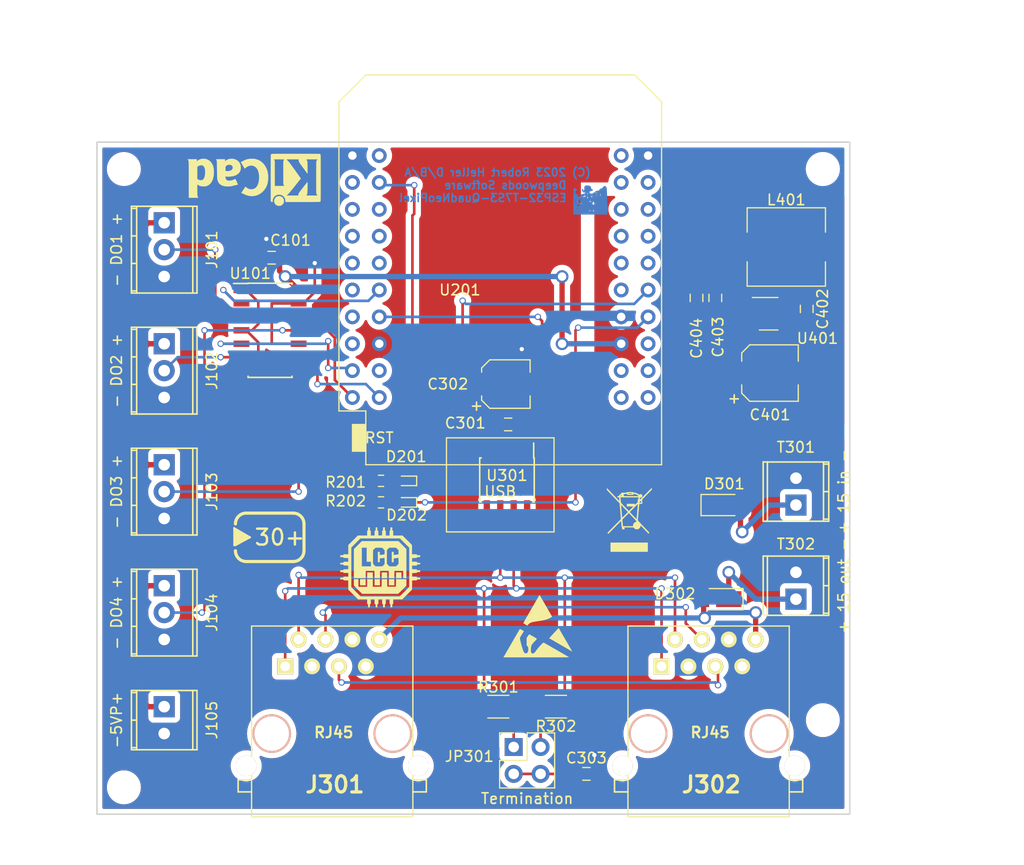
<source format=kicad_pcb>
(kicad_pcb (version 20211014) (generator pcbnew)
  (layers (0 "F.Cu" signal) (31 "B.Cu" signal) (34 "B.Paste" user) (35 "F.Paste" user) (36 "B.SilkS" user "B.Silkscreen") (37 "F.SilkS" user "F.Silkscreen") (38 "B.Mask" user) (39 "F.Mask" user) (44 "Edge.Cuts" user))
  (net 0 "")
  (net 1 "GND")
  (net 2 "+3V3")
  (net 3 "Net-(C303-Pad1)")
  (net 4 "CAN +12V")
  (net 5 "Net-(C402-Pad2)")
  (net 6 "Net-(C402-Pad1)")
  (net 7 "+5V")
  (net 8 "Net-(D201-Pad2)")
  (net 9 "/MCU/GPIO15(Act1)")
  (net 10 "Net-(D202-Pad2)")
  (net 11 "/MCU/GPIO0(Act2)")
  (net 12 "Net-(D301-Pad2)")
  (net 13 "Net-(D302-Pad1)")
  (net 14 "Net-(J101-Pad2)")
  (net 15 "Net-(J102-Pad2)")
  (net 16 "Net-(J103-Pad2)")
  (net 17 "Net-(J104-Pad2)")
  (net 18 "/CAN Transciver/CANH")
  (net 19 "/CAN Transciver/CANL")
  (net 20 "Net-(J301-Pad4)")
  (net 21 "Net-(J301-Pad5)")
  (net 22 "Net-(JP301-Pad1)")
  (net 23 "Net-(JP301-Pad2)")
  (net 24 "/MCU/NeoPixel1/GPIO8")
  (net 25 "/MCU/NeoPixel2/GPIO9")
  (net 26 "/MCU/NeoPixel3/GPIO10")
  (net 27 "/MCU/NeoPixel4/GPIO11")
  (net 28 "Net-(U201-Pad40)")
  (net 29 "Net-(U201-Pad39)")
  (net 30 "Net-(U201-Pad38)")
  (net 31 "Net-(U201-Pad37)")
  (net 32 "Net-(U201-Pad36)")
  (net 33 "/CAN Transciver/CAN_RX")
  (net 34 "Net-(U201-Pad31)")
  (net 35 "Net-(U201-Pad30)")
  (net 36 "Net-(U201-Pad29)")
  (net 37 "Net-(U201-Pad28)")
  (net 38 "Net-(U201-Pad27)")
  (net 39 "Net-(U201-Pad26)")
  (net 40 "Net-(U201-Pad25)")
  (net 41 "Net-(U201-Pad24)")
  (net 42 "Net-(U201-Pad23)")
  (net 43 "Net-(U201-Pad21)")
  (net 44 "Net-(U201-Pad18)")
  (net 45 "Net-(U201-Pad15)")
  (net 46 "/CAN Transciver/CAN_TX")
  (net 47 "Net-(U201-Pad13)")
  (net 48 "Net-(U201-Pad11)")
  (net 49 "Net-(U201-Pad10)")
  (net 50 "Net-(U201-Pad9)")
  (net 51 "Net-(U201-Pad8)")
  (net 52 "Net-(U201-Pad7)")
  (net 53 "Net-(U201-Pad6)")
  (net 54 "Net-(U201-Pad5)")
  (net 55 "Net-(U201-Pad3)")
  (net 56 "Net-(U201-Pad2)")
  (net 57 "Net-(U301-Pad5)")
  (net 58 "Net-(U301-Pad8)")
  (net 59 "+5VP")
  (footprint "Capacitors_SMD:C_0603" (layer "F.Cu") (at 99.81 52.07)
    (fp_text reference "C301")
    (fp_text value ".1 uf")
  )
  (footprint "Capacitors_SMD:CP_Elec_4x5.7" (layer "F.Cu") (at 99.59 48.26)
    (fp_text reference "C302")
    (fp_text value "15 uf 15V")
  )
  (footprint "Capacitors_SMD:C_0603" (layer "F.Cu") (at 107.2 85.09)
    (fp_text reference "C303")
    (fp_text value "47 nf")
  )
  (footprint "Capacitors_SMD:CP_Elec_5x5.3" (layer "F.Cu") (at 124.546 47.244)
    (fp_text reference "C401")
    (fp_text value "10uf")
  )
  (footprint "Capacitors_SMD:C_0603" (layer "F.Cu") (at 128.016 41.16 -90)
    (fp_text reference "C402")
    (fp_text value "100nf")
  )
  (footprint "Capacitors_SMD:C_0603" (layer "F.Cu") (at 119.38 40.12 90)
    (fp_text reference "C403")
    (fp_text value "22uf")
  )
  (footprint "Capacitors_SMD:C_0603" (layer "F.Cu") (at 117.602 40.12 90)
    (fp_text reference "C404")
    (fp_text value "22uf")
  )
  (footprint "LEDs:LED_0402" (layer "F.Cu") (at 90.212 57.404 180)
    (fp_text reference "D201")
    (fp_text value "ACT1")
  )
  (footprint "LEDs:LED_0402" (layer "F.Cu") (at 90.212 59.436 180)
    (fp_text reference "D202")
    (fp_text value "ACT2")
  )
  (footprint "Diodes_SMD:D_PowerDI-123" (layer "F.Cu") (at 120.23 59.69)
    (fp_text reference "D301")
    (fp_text value "DFLS240-7")
  )
  (footprint "Diodes_SMD:D_PowerDI-123" (layer "F.Cu") (at 119.8 68.58 180)
    (fp_text reference "D302")
    (fp_text value "DFLS240-7")
  )
  (footprint "Connectors_Terminal_Blocks:TerminalBlock_Pheonix_MPT-2.54mm_3pol" (layer "F.Cu") (at 67.31 33.02 -90)
    (fp_text reference "J101")
    (fp_text value "- DO1 +")
  )
  (footprint "Connectors_Terminal_Blocks:TerminalBlock_Pheonix_MPT-2.54mm_3pol" (layer "F.Cu") (at 67.31 44.45 -90)
    (fp_text reference "J102")
    (fp_text value "- DO2 +")
  )
  (footprint "Connectors_Terminal_Blocks:TerminalBlock_Pheonix_MPT-2.54mm_3pol" (layer "F.Cu") (at 67.31 55.88 -90)
    (fp_text reference "J103")
    (fp_text value "- DO3 +")
  )
  (footprint "Connectors_Terminal_Blocks:TerminalBlock_Pheonix_MPT-2.54mm_3pol" (layer "F.Cu") (at 67.31 67.31 -90)
    (fp_text reference "J104")
    (fp_text value "- DO4 +")
  )
  (footprint "RJ45-8N-S:RJ45_8N-S" (layer "F.Cu") (at 83.185 81.28)
    (fp_text reference "J301")
    (fp_text value "RJ45")
  )
  (footprint "RJ45-8N-S:RJ45_8N-S" (layer "F.Cu") (at 118.745 81.28)
    (fp_text reference "J302")
    (fp_text value "RJ45")
  )
  (footprint "Pin_Headers:Pin_Header_Straight_2x02_Pitch2.54mm" (layer "F.Cu") (at 100.33 82.55)
    (fp_text reference "JP301")
    (fp_text value "Termination")
  )
  (footprint "Inductors_SMD:L_7.3x7.3_H4.5" (layer "F.Cu") (at 126.086 35.306)
    (fp_text reference "L401")
    (fp_text value "4.7uH")
  )
  (footprint "Resistors_SMD:R_0402" (layer "F.Cu") (at 87.7951 57.404)
    (fp_text reference "R201")
    (fp_text value "270")
  )
  (footprint "Resistors_SMD:R_0402" (layer "F.Cu") (at 87.7951 59.436)
    (fp_text reference "R202")
    (fp_text value "270")
  )
  (footprint "Resistors_SMD:R_1206" (layer "F.Cu") (at 98.88 78.74)
    (fp_text reference "R301")
    (fp_text value "60 Ohms")
  )
  (footprint "Resistors_SMD:R_1206" (layer "F.Cu") (at 104.32 78.74 180)
    (fp_text reference "R302")
    (fp_text value "60 Ohms")
  )
  (footprint "Connectors_Terminal_Blocks:TerminalBlock_Pheonix_MPT-2.54mm_2pol" (layer "F.Cu") (at 127 59.69 90)
    (fp_text reference "T301")
    (fp_text value "+ 15 in -")
  )
  (footprint "Connectors_Terminal_Blocks:TerminalBlock_Pheonix_MPT-2.54mm_2pol" (layer "F.Cu") (at 127 68.58 90)
    (fp_text reference "T302")
    (fp_text value "+ 15 out -")
  )
  (footprint "Housings_SOIC:SOIC-14_3.9x8.7mm_Pitch1.27mm" (layer "F.Cu") (at 77.31 43.18)
    (fp_text reference "U101")
    (fp_text value "74LVC125")
  )
  (footprint "ESP32_mini:ESP32_mini" (layer "F.Cu") (at 99.06 38.1)
    (fp_text reference "U201")
    (fp_text value "TTGO-T7_S3-V1.1")
  )
  (footprint "Housings_SOIC:SOIC-8_3.9x4.9mm_Pitch1.27mm" (layer "F.Cu") (at 99.695 57.31 -90)
    (fp_text reference "U301")
    (fp_text value "TCAN332DR")
  )
  (footprint "TO_SOT_Packages_SMD:TSOT-23-6_MK06A" (layer "F.Cu") (at 124.42 41.59)
    (fp_text reference "U401")
    (fp_text value "AP63205")
  )
  (footprint "Capacitors_SMD:C_0603" (layer "F.Cu") (at 77.458 36.322 180)
    (fp_text reference "C101")
    (fp_text value ".1 uf")
  )
  (footprint "Connectors_Terminal_Blocks:TerminalBlock_Pheonix_MPT-2.54mm_2pol" (layer "F.Cu") (at 67.31 78.74 -90)
    (fp_text reference "J105")
    (fp_text value "-5VP+")
  )
  (footprint "Mounting_Holes:MountingHole_2.2mm_M2" (layer "F.Cu") (at 63.5 27.94)
    (fp_text reference "REF**" hide)
    (fp_text value "MountingHole_2.2mm_M2" hide)
  )
  (footprint "Mounting_Holes:MountingHole_2.2mm_M2" (layer "F.Cu") (at 129.54 27.94)
    (fp_text reference "REF**" hide)
    (fp_text value "MountingHole_2.2mm_M2" hide)
  )
  (footprint "Mounting_Holes:MountingHole_2.2mm_M2" (layer "F.Cu") (at 129.54 80.01)
    (fp_text reference "REF**" hide)
    (fp_text value "MountingHole_2.2mm_M2" hide)
  )
  (footprint "Mounting_Holes:MountingHole_2.2mm_M2" (layer "F.Cu") (at 63.5 86.36)
    (fp_text reference "REF**" hide)
    (fp_text value "MountingHole_2.2mm_M2" hide)
  )
  (footprint "Symbol:ESD-Logo_6.6x6mm_SilkScreen" (layer "F.Cu") (at 102.616 71.12)
    (fp_text reference "REF**" hide)
    (fp_text value "ESD-Logo_6.6x6mm_SilkScreen" hide)
  )
  (footprint "LCC_LOGO:LCC_LOGO_9x9" (layer "F.Cu") (at 87.757 65.532)
    (fp_text reference "G***" hide)
    (fp_text value "LCC" hide)
  )
  (footprint "PowerLabels:PowerLabel-30Plus" (layer "F.Cu") (at 78.232 62.738)
    (fp_text reference "REF**" hide)
    (fp_text value "PowerLabel-30Plus" hide)
  )
  (footprint "Symbol:KiCad-Logo_5mm_SilkScreen" (layer "F.Cu") (at 75.819 28.448 180)
    (fp_text reference "REF**" hide)
    (fp_text value "KiCad-Logo_5mm_SilkScreen" hide)
  )
  (footprint "Symbol:WEEE-Logo_4.2x6mm_SilkScreen" (layer "F.Cu") (at 111.252 61.087)
    (fp_text reference "REF**" hide)
    (fp_text value "WEEE-Logo_4.2x6mm_SilkScreen" hide)
  )
  (footprint "DWSLogo:DWSLogoBCU" (layer "F.Cu") (at 107.567242 30.63688)
    (fp_text reference "G***" hide)
    (fp_text value "LOGO" hide)
  )
  (gr_line (start 60.96 25.4) (end 132.08 25.4) (layer "Edge.Cuts") (width 0.15))
  (gr_line (start 132.08 88.9) (end 60.96 88.9) (layer "Edge.Cuts") (width 0.15))
  (gr_line (start 132.08 25.4) (end 132.08 88.9) (layer "Edge.Cuts") (width 0.15))
  (gr_line (start 60.96 88.9) (end 60.96 25.4) (layer "Edge.Cuts") (width 0.15))
  (gr_text "(C) 2023 Robert Heller D/B/A\n    Deepwoods Software\n    ESP32-T7S3-QuadNeoPixel" (at 107.696 29.464) (layer "B.Cu") (effects (font (size 0.75 0.75)) (justify left mirror)))
  (segment (start 74.61 43.18) (end 75.61 43.18) (width 0.25) (layer "F.Cu") (net 1))
  (segment (start 124.669999 42.275001) (end 124.934998 42.54) (width 0.5) (layer "F.Cu") (net 1))
  (segment (start 125.73 42.54) (end 125.73 46.228) (width 0.5) (layer "F.Cu") (net 1))
  (segment (start 81.534 39.481002) (end 81.534 36.83) (width 0.25) (layer "F.Cu") (net 1))
  (segment (start 100.33 52.3) (end 100.56 52.07) (width 0.25) (layer "F.Cu") (net 1))
  (segment (start 75.61 43.18) (end 76.2 42.59) (width 0.25) (layer "F.Cu") (net 1))
  (segment (start 76.2 40.51) (end 75.06 39.37) (width 0.25) (layer "F.Cu") (net 1))
  (segment (start 75.06 43.18) (end 74.61 43.18) (width 0.25) (layer "F.Cu") (net 1))
  (segment (start 75.06 39.37) (end 74.61 39.37) (width 0.25) (layer "F.Cu") (net 1))
  (segment (start 124.669999 37.801999) (end 124.669999 42.275001) (width 0.5) (layer "F.Cu") (net 1))
  (segment (start 119.38 39.37) (end 118.872 39.37) (width 0.5) (layer "F.Cu") (net 1))
  (segment (start 107.95 85.09) (end 107.95 83.312) (width 0.25) (layer "F.Cu") (net 1))
  (segment (start 75.61 46.99) (end 76.2 46.4) (width 0.25) (layer "F.Cu") (net 1))
  (segment (start 76.2 46.4) (end 76.2 44.32) (width 0.25) (layer "F.Cu") (net 1))
  (segment (start 101.39 45.256) (end 101.092 44.958) (width 0.25) (layer "F.Cu") (net 1))
  (segment (start 76.708 36.322) (end 76.708 34.798) (width 0.25) (layer "F.Cu") (net 1))
  (segment (start 118.872 37.338) (end 124.206 37.338) (width 0.5) (layer "F.Cu") (net 1))
  (segment (start 100.56 49.09) (end 101.39 48.26) (width 0.25) (layer "F.Cu") (net 1))
  (segment (start 80.01 40.64) (end 80.46 40.64) (width 0.25) (layer "F.Cu") (net 1))
  (segment (start 118.872 39.37) (end 118.872 37.338) (width 0.5) (layer "F.Cu") (net 1))
  (segment (start 76.708 34.798) (end 76.962 34.544) (width 0.25) (layer "F.Cu") (net 1))
  (segment (start 124.934998 42.54) (end 125.73 42.54) (width 0.5) (layer "F.Cu") (net 1))
  (segment (start 77.47 40.64) (end 77.47 44.45) (width 0.25) (layer "F.Cu") (net 1))
  (segment (start 124.206 37.338) (end 124.669999 37.801999) (width 0.5) (layer "F.Cu") (net 1))
  (segment (start 125.73 46.228) (end 126.746 47.244) (width 0.5) (layer "F.Cu") (net 1))
  (segment (start 80.01 40.64) (end 77.47 40.64) (width 0.25) (layer "F.Cu") (net 1))
  (segment (start 74.61 39.37) (end 74.61 38.395) (width 0.25) (layer "F.Cu") (net 1))
  (segment (start 126.746 56.896) (end 127 57.15) (width 0.5) (layer "F.Cu") (net 1))
  (segment (start 76.683 36.322) (end 76.708 36.322) (width 0.25) (layer "F.Cu") (net 1))
  (segment (start 101.39 48.26) (end 101.39 45.256) (width 0.25) (layer "F.Cu") (net 1))
  (segment (start 76.2 44.32) (end 75.06 43.18) (width 0.25) (layer "F.Cu") (net 1))
  (segment (start 126.746 47.244) (end 126.746 56.896) (width 0.5) (layer "F.Cu") (net 1))
  (segment (start 74.61 46.99) (end 75.61 46.99) (width 0.25) (layer "F.Cu") (net 1))
  (segment (start 81.534 39.566) (end 81.534 39.481002) (width 0.25) (layer "F.Cu") (net 1))
  (segment (start 100.33 54.61) (end 100.33 52.3) (width 0.25) (layer "F.Cu") (net 1))
  (segment (start 80.46 40.64) (end 81.534 39.566) (width 0.25) (layer "F.Cu") (net 1))
  (segment (start 118.872 39.37) (end 117.602 39.37) (width 0.5) (layer "F.Cu") (net 1))
  (segment (start 76.2 42.59) (end 76.2 40.51) (width 0.25) (layer "F.Cu") (net 1))
  (segment (start 74.61 38.395) (end 76.683 36.322) (width 0.25) (layer "F.Cu") (net 1))
  (segment (start 77.47 44.45) (end 80.01 44.45) (width 0.25) (layer "F.Cu") (net 1))
  (segment (start 100.56 52.07) (end 100.56 49.09) (width 0.25) (layer "F.Cu") (net 1))
  (via (at 101.092 44.958) (size 0.6) (drill 0.4) (layers "F.Cu" "B.Cu") (net 1))
  (via (at 76.962 34.544) (size 0.6) (drill 0.4) (layers "F.Cu" "B.Cu") (net 1))
  (via (at 81.534 36.83) (size 0.6) (drill 0.4) (layers "F.Cu" "B.Cu") (net 1))
  (via (at 107.95 83.312) (size 0.6) (drill 0.4) (layers "F.Cu" "B.Cu") (net 1))
  (segment (start 100.33 85.09) (end 102.87 85.09) (width 0.25) (layer "F.Cu") (net 3))
  (segment (start 102.87 85.09) (end 104.072081 85.09) (width 0.25) (layer "F.Cu") (net 3))
  (segment (start 104.072081 85.09) (end 106.45 85.09) (width 0.25) (layer "F.Cu") (net 3))
  (segment (start 118.275 68.58) (end 118.275 70.269) (width 0.5) (layer "F.Cu") (net 4))
  (segment (start 122.346 43.304) (end 123.11 42.54) (width 0.5) (layer "F.Cu") (net 4))
  (segment (start 119.38 59.69) (end 119.38 49.51) (width 0.5) (layer "F.Cu") (net 4))
  (segment (start 118.275 68.58) (end 118.275 60.795) (width 0.5) (layer "F.Cu") (net 4))
  (segment (start 119.38 49.51) (end 121.646 47.244) (width 0.5) (layer "F.Cu") (net 4))
  (segment (start 118.275 60.795) (end 119.38 59.69) (width 0.5) (layer "F.Cu") (net 4))
  (segment (start 118.275 70.269) (end 118.364 70.358) (width 0.5) (layer "F.Cu") (net 4))
  (segment (start 121.646 47.244) (end 122.346 47.244) (width 0.5) (layer "F.Cu") (net 4))
  (segment (start 123.19 72.39) (end 123.19 69.85) (width 0.5) (layer "F.Cu") (net 4))
  (segment (start 122.346 47.244) (end 122.346 43.304) (width 0.5) (layer "F.Cu") (net 4))
  (segment (start 123.11 41.59) (end 123.11 42.54) (width 0.5) (layer "F.Cu") (net 4))
  (via (at 123.19 69.85) (size 1.2) (drill 0.8) (layers "F.Cu" "B.Cu") (net 4))
  (via (at 118.364 70.358) (size 1.2) (drill 0.8) (layers "F.Cu" "B.Cu") (net 4))
  (segment (start 118.872 69.85) (end 118.364 70.358) (width 0.5) (layer "B.Cu") (net 4))
  (segment (start 118.364 70.358) (end 89.662 70.358) (width 0.5) (layer "B.Cu") (net 4))
  (segment (start 89.662 70.358) (end 87.63 72.39) (width 0.5) (layer "B.Cu") (net 4))
  (segment (start 123.19 69.85) (end 118.872 69.85) (width 0.5) (layer "B.Cu") (net 4))
  (segment (start 128.016 41.91) (end 127.696 41.59) (width 0.5) (layer "F.Cu") (net 5))
  (segment (start 127.696 41.59) (end 125.73 41.59) (width 0.5) (layer "F.Cu") (net 5))
  (segment (start 128.891 41.91) (end 128.016 41.91) (width 0.5) (layer "F.Cu") (net 5))
  (segment (start 129.286 41.515) (end 128.891 41.91) (width 0.5) (layer "F.Cu") (net 5))
  (segment (start 129.286 35.306) (end 129.286 41.515) (width 0.5) (layer "F.Cu") (net 5))
  (segment (start 127.786 40.64) (end 128.016 40.41) (width 0.5) (layer "F.Cu") (net 6))
  (segment (start 125.73 40.64) (end 127.786 40.64) (width 0.5) (layer "F.Cu") (net 6))
  (segment (start 104.902 38.1) (end 104.902 44.45) (width 0.5) (layer "F.Cu") (net 7))
  (segment (start 78.74 38.1) (end 80.01 39.37) (width 0.5) (layer "F.Cu") (net 7))
  (segment (start 78.208 36.322) (end 78.208 37.568) (width 0.5) (layer "F.Cu") (net 7))
  (segment (start 78.208 37.568) (end 78.74 38.1) (width 0.5) (layer "F.Cu") (net 7))
  (segment (start 119.61 40.64) (end 119.38 40.87) (width 0.5) (layer "F.Cu") (net 7))
  (segment (start 123.11 40.64) (end 119.61 40.64) (width 0.5) (layer "F.Cu") (net 7))
  (via (at 104.902 38.1) (size 1.2) (drill 0.8) (layers "F.Cu" "B.Cu") (net 7))
  (via (at 78.74 38.1) (size 1.2) (drill 0.8) (layers "F.Cu" "B.Cu") (net 7))
  (via (at 104.902 44.45) (size 1.2) (drill 0.8) (layers "F.Cu" "B.Cu") (net 7))
  (segment (start 78.74 38.1) (end 104.902 38.1) (width 0.5) (layer "B.Cu") (net 7))
  (segment (start 104.902 44.45) (end 110.49 44.45) (width 0.5) (layer "B.Cu") (net 7))
  (segment (start 88.2451 57.404) (end 89.662 57.404) (width 0.25) (layer "F.Cu") (net 8))
  (segment (start 90.762 32.342) (end 90.932 32.172) (width 0.25) (layer "F.Cu") (net 9))
  (segment (start 90.932 32.172) (end 90.932 29.464) (width 0.25) (layer "F.Cu") (net 9))
  (segment (start 90.762 57.404) (end 90.762 32.342) (width 0.25) (layer "F.Cu") (net 9))
  (via (at 90.932 29.464) (size 0.6) (drill 0.4) (layers "F.Cu" "B.Cu") (net 9))
  (segment (start 90.932 29.464) (end 87.884 29.464) (width 0.25) (layer "B.Cu") (net 9))
  (segment (start 87.884 29.464) (end 87.63 29.21) (width 0.25) (layer "B.Cu") (net 9))
  (segment (start 88.2451 59.436) (end 89.662 59.436) (width 0.25) (layer "F.Cu") (net 10))
  (segment (start 90.762 59.436) (end 91.948 59.436) (width 0.25) (layer "F.Cu") (net 11))
  (segment (start 106.172 43.18) (end 106.426 42.926) (width 0.25) (layer "F.Cu") (net 11))
  (segment (start 106.172 59.436002) (end 106.172 43.18) (width 0.25) (layer "F.Cu") (net 11))
  (via (at 106.426 42.926) (size 0.6) (drill 0.4) (layers "F.Cu" "B.Cu") (net 11))
  (via (at 91.948 59.436) (size 0.6) (drill 0.4) (layers "F.Cu" "B.Cu") (net 11))
  (via (at 106.172 59.436002) (size 0.6) (drill 0.4) (layers "F.Cu" "B.Cu") (net 11))
  (segment (start 91.948 59.436) (end 106.171998 59.436) (width 0.25) (layer "B.Cu") (net 11))
  (segment (start 106.426 42.926) (end 109.988998 42.926) (width 0.25) (layer "B.Cu") (net 11))
  (segment (start 112.330001 42.609999) (end 113.03 41.91) (width 0.25) (layer "B.Cu") (net 11))
  (segment (start 109.997999 42.935001) (end 112.004999 42.935001) (width 0.25) (layer "B.Cu") (net 11))
  (segment (start 109.988998 42.926) (end 109.997999 42.935001) (width 0.25) (layer "B.Cu") (net 11))
  (segment (start 112.004999 42.935001) (end 112.330001 42.609999) (width 0.25) (layer "B.Cu") (net 11))
  (segment (start 106.171998 59.436) (end 106.172 59.436002) (width 0.25) (layer "B.Cu") (net 11))
  (segment (start 121.755 59.69) (end 121.755 62.065) (width 0.5) (layer "F.Cu") (net 12))
  (segment (start 121.755 62.065) (end 121.92 62.23) (width 0.5) (layer "F.Cu") (net 12))
  (via (at 121.92 62.23) (size 1.2) (drill 0.8) (layers "F.Cu" "B.Cu") (net 12))
  (segment (start 121.92 62.23) (end 124.46 59.69) (width 0.5) (layer "B.Cu") (net 12))
  (segment (start 124.46 59.69) (end 127 59.69) (width 0.5) (layer "B.Cu") (net 12))
  (segment (start 120.65 66.04) (end 120.65 68.58) (width 0.5) (layer "F.Cu") (net 13))
  (via (at 120.65 66.04) (size 1.2) (drill 0.8) (layers "F.Cu" "B.Cu") (net 13))
  (segment (start 123.19 68.58) (end 120.65 66.04) (width 0.5) (layer "B.Cu") (net 13))
  (segment (start 127 68.58) (end 123.19 68.58) (width 0.5) (layer "B.Cu") (net 13))
  (segment (start 72.644 41.91) (end 72.136 41.402) (width 0.25) (layer "F.Cu") (net 14))
  (segment (start 72.136 41.402) (end 72.136 35.56) (width 0.25) (layer "F.Cu") (net 14))
  (segment (start 74.61 41.91) (end 72.644 41.91) (width 0.25) (layer "F.Cu") (net 14))
  (via (at 72.136 35.56) (size 0.6) (drill 0.4) (layers "F.Cu" "B.Cu") (net 14))
  (segment (start 72.136 35.56) (end 67.31 35.56) (width 0.25) (layer "B.Cu") (net 14))
  (segment (start 74.61 45.72) (end 72.644 45.72) (width 0.25) (layer "F.Cu") (net 15))
  (via (at 72.644 45.72) (size 0.6) (drill 0.4) (layers "F.Cu" "B.Cu") (net 15))
  (segment (start 68.58 45.72) (end 67.31 46.99) (width 0.25) (layer "B.Cu") (net 15))
  (segment (start 72.644 45.72) (end 68.58 45.72) (width 0.25) (layer "B.Cu") (net 15))
  (segment (start 80.01 46.99) (end 80.01 58.42) (width 0.25) (layer "F.Cu") (net 16))
  (via (at 80.01 58.42) (size 0.6) (drill 0.4) (layers "F.Cu" "B.Cu") (net 16))
  (segment (start 80.01 58.42) (end 67.31 58.42) (width 0.25) (layer "B.Cu") (net 16))
  (segment (start 71.12 43.18) (end 71.12 69.596) (width 0.25) (layer "F.Cu") (net 17))
  (segment (start 80.01 43.18) (end 78.486 43.18) (width 0.25) (layer "F.Cu") (net 17))
  (segment (start 71.12 69.596) (end 70.866 69.85) (width 0.25) (layer "F.Cu") (net 17))
  (via (at 71.12 43.18) (size 0.6) (drill 0.4) (layers "F.Cu" "B.Cu") (net 17))
  (via (at 70.866 69.85) (size 0.6) (drill 0.4) (layers "F.Cu" "B.Cu") (net 17))
  (via (at 78.486 43.18) (size 0.6) (drill 0.4) (layers "F.Cu" "B.Cu") (net 17))
  (segment (start 78.486 43.18) (end 71.12 43.18) (width 0.25) (layer "B.Cu") (net 17))
  (segment (start 70.866 69.85) (end 67.31 69.85) (width 0.25) (layer "B.Cu") (net 17))
  (segment (start 100.33 67.31) (end 100.584 67.564) (width 0.25) (layer "F.Cu") (net 18))
  (segment (start 114.3 67.564) (end 114.3 74.93) (width 0.25) (layer "F.Cu") (net 18))
  (segment (start 100.33 60.01) (end 100.33 67.31) (width 0.25) (layer "F.Cu") (net 18))
  (segment (start 97.536 78.634) (end 97.43 78.74) (width 0.25) (layer "F.Cu") (net 18))
  (segment (start 97.536 67.564) (end 97.536 78.634) (width 0.25) (layer "F.Cu") (net 18))
  (segment (start 78.74 67.818) (end 78.74 74.93) (width 0.25) (layer "F.Cu") (net 18))
  (via (at 97.536 67.564) (size 0.6) (drill 0.4) (layers "F.Cu" "B.Cu") (net 18))
  (via (at 100.584 67.564) (size 0.6) (drill 0.4) (layers "F.Cu" "B.Cu") (net 18))
  (via (at 78.74 67.818) (size 0.6) (drill 0.4) (layers "F.Cu" "B.Cu") (net 18))
  (via (at 114.3 67.564) (size 0.6) (drill 0.4) (layers "F.Cu" "B.Cu") (net 18))
  (segment (start 78.994 67.564) (end 78.74 67.818) (width 0.25) (layer "B.Cu") (net 18))
  (segment (start 100.584 67.564) (end 114.3 67.564) (width 0.25) (layer "B.Cu") (net 18))
  (segment (start 100.584 67.564) (end 97.536 67.564) (width 0.25) (layer "B.Cu") (net 18))
  (segment (start 97.536 67.564) (end 78.994 67.564) (width 0.25) (layer "B.Cu") (net 18))
  (segment (start 80.01 66.294) (end 80.01 72.39) (width 0.25) (layer "F.Cu") (net 19))
  (segment (start 105.156 78.126) (end 105.77 78.74) (width 0.25) (layer "F.Cu") (net 19))
  (segment (start 115.57 66.548) (end 115.57 72.39) (width 0.25) (layer "F.Cu") (net 19))
  (segment (start 99.06 60.01) (end 99.06 66.548) (width 0.25) (layer "F.Cu") (net 19))
  (segment (start 105.156 66.548) (end 105.156 78.126) (width 0.25) (layer "F.Cu") (net 19))
  (via (at 115.57 66.548) (size 0.6) (drill 0.4) (layers "F.Cu" "B.Cu") (net 19))
  (via (at 105.156 66.548) (size 0.6) (drill 0.4) (layers "F.Cu" "B.Cu") (net 19))
  (via (at 99.06 66.548) (size 0.6) (drill 0.4) (layers "F.Cu" "B.Cu") (net 19))
  (via (at 80.01 66.294) (size 0.6) (drill 0.4) (layers "F.Cu" "B.Cu") (net 19))
  (segment (start 105.156 66.548) (end 115.57 66.548) (width 0.25) (layer "B.Cu") (net 19))
  (segment (start 99.06 66.548) (end 105.156 66.548) (width 0.25) (layer "B.Cu") (net 19))
  (segment (start 80.264 66.548) (end 80.01 66.294) (width 0.25) (layer "B.Cu") (net 19))
  (segment (start 99.06 66.548) (end 80.264 66.548) (width 0.25) (layer "B.Cu") (net 19))
  (segment (start 116.586 69.342) (end 116.586 70.866) (width 0.25) (layer "F.Cu") (net 20))
  (segment (start 82.55 72.39) (end 82.55 70.104) (width 0.25) (layer "F.Cu") (net 20))
  (segment (start 116.586 70.866) (end 118.11 72.39) (width 0.25) (layer "F.Cu") (net 20))
  (segment (start 82.55 70.104) (end 82.296 69.85) (width 0.25) (layer "F.Cu") (net 20))
  (via (at 116.586 69.342) (size 0.6) (drill 0.4) (layers "F.Cu" "B.Cu") (net 20))
  (via (at 82.296 69.85) (size 0.6) (drill 0.4) (layers "F.Cu" "B.Cu") (net 20))
  (segment (start 82.296 69.85) (end 82.804 69.342) (width 0.25) (layer "B.Cu") (net 20))
  (segment (start 82.804 69.342) (end 116.586 69.342) (width 0.25) (layer "B.Cu") (net 20))
  (segment (start 83.82 76.2) (end 84.074 76.454) (width 0.25) (layer "F.Cu") (net 21))
  (segment (start 119.634 76.708) (end 119.634 75.184) (width 0.25) (layer "F.Cu") (net 21))
  (segment (start 119.634 75.184) (end 119.38 74.93) (width 0.25) (layer "F.Cu") (net 21))
  (segment (start 83.82 74.93) (end 83.82 76.2) (width 0.25) (layer "F.Cu") (net 21))
  (via (at 84.074 76.454) (size 0.6) (drill 0.4) (layers "F.Cu" "B.Cu") (net 21))
  (via (at 119.634 76.708) (size 0.6) (drill 0.4) (layers "F.Cu" "B.Cu") (net 21))
  (segment (start 119.38 76.454) (end 119.634 76.708) (width 0.25) (layer "B.Cu") (net 21))
  (segment (start 84.074 76.454) (end 119.38 76.454) (width 0.25) (layer "B.Cu") (net 21))
  (segment (start 100.33 78.74) (end 100.33 82.55) (width 0.25) (layer "F.Cu") (net 22))
  (segment (start 102.87 78.74) (end 102.87 79.84) (width 0.25) (layer "F.Cu") (net 23))
  (segment (start 102.87 79.84) (end 102.87 82.55) (width 0.25) (layer "F.Cu") (net 23))
  (segment (start 74.61 40.64) (end 74.168 40.64) (width 0.25) (layer "F.Cu") (net 24))
  (segment (start 74.168 40.64) (end 72.898 39.37) (width 0.25) (layer "F.Cu") (net 24))
  (via (at 72.898 39.37) (size 0.6) (drill 0.4) (layers "F.Cu" "B.Cu") (net 24))
  (segment (start 86.930001 40.069999) (end 87.63 39.37) (width 0.25) (layer "B.Cu") (net 24))
  (segment (start 86.604999 40.395001) (end 86.930001 40.069999) (width 0.25) (layer "B.Cu") (net 24))
  (segment (start 72.898 39.37) (end 73.923001 40.395001) (width 0.25) (layer "B.Cu") (net 24))
  (segment (start 73.923001 40.395001) (end 86.604999 40.395001) (width 0.25) (layer "B.Cu") (net 24))
  (segment (start 82.804 44.196) (end 82.804 46.736) (width 0.25) (layer "F.Cu") (net 25))
  (segment (start 73.61 44.45) (end 72.644 44.45) (width 0.25) (layer "F.Cu") (net 25))
  (segment (start 74.61 44.45) (end 73.61 44.45) (width 0.25) (layer "F.Cu") (net 25))
  (via (at 72.644 44.45) (size 0.6) (drill 0.4) (layers "F.Cu" "B.Cu") (net 25))
  (via (at 82.804 46.736) (size 0.6) (drill 0.4) (layers "F.Cu" "B.Cu") (net 25))
  (via (at 82.804 44.196) (size 0.6) (drill 0.4) (layers "F.Cu" "B.Cu") (net 25))
  (segment (start 82.804 46.736) (end 84.836 46.736) (width 0.25) (layer "B.Cu") (net 25))
  (segment (start 72.644 44.45) (end 82.55 44.45) (width 0.25) (layer "B.Cu") (net 25))
  (segment (start 82.55 44.45) (end 82.804 44.196) (width 0.25) (layer "B.Cu") (net 25))
  (segment (start 84.836 46.736) (end 85.09 46.99) (width 0.25) (layer "B.Cu") (net 25))
  (segment (start 80.46 45.72) (end 81.788 47.048) (width 0.25) (layer "F.Cu") (net 26))
  (segment (start 81.788 47.835736) (end 81.788 48.26) (width 0.25) (layer "F.Cu") (net 26))
  (segment (start 81.788 47.048) (end 81.788 47.835736) (width 0.25) (layer "F.Cu") (net 26))
  (segment (start 80.01 45.72) (end 80.46 45.72) (width 0.25) (layer "F.Cu") (net 26))
  (via (at 81.788 48.26) (size 0.6) (drill 0.4) (layers "F.Cu" "B.Cu") (net 26))
  (segment (start 87.63 49.53) (end 86.36 48.26) (width 0.25) (layer "B.Cu") (net 26))
  (segment (start 86.36 48.26) (end 82.212264 48.26) (width 0.25) (layer "B.Cu") (net 26))
  (segment (start 82.212264 48.26) (end 81.788 48.26) (width 0.25) (layer "B.Cu") (net 26))
  (segment (start 81.788 42.254998) (end 83.429001 43.895999) (width 0.25) (layer "F.Cu") (net 27))
  (segment (start 83.429001 47.888999) (end 83.448999 47.888999) (width 0.25) (layer "F.Cu") (net 27))
  (segment (start 83.429001 43.895999) (end 83.429001 47.888999) (width 0.25) (layer "F.Cu") (net 27))
  (segment (start 80.01 41.91) (end 81.788 41.91) (width 0.25) (layer "F.Cu") (net 27))
  (segment (start 83.448999 47.888999) (end 85.09 49.53) (width 0.25) (layer "F.Cu") (net 27))
  (segment (start 81.788 41.91) (end 81.788 42.254998) (width 0.25) (layer "F.Cu") (net 27))
  (segment (start 97.79 53.585) (end 95.504 51.299) (width 0.25) (layer "F.Cu") (net 33))
  (segment (start 95.504 40.810264) (end 95.504 40.386) (width 0.25) (layer "F.Cu") (net 33))
  (segment (start 97.79 54.61) (end 97.79 53.585) (width 0.25) (layer "F.Cu") (net 33))
  (segment (start 95.504 51.299) (end 95.504 40.810264) (width 0.25) (layer "F.Cu") (net 33))
  (via (at 95.504 40.386) (size 0.6) (drill 0.4) (layers "F.Cu" "B.Cu") (net 33))
  (segment (start 113.03 39.37) (end 111.714001 40.685999) (width 0.25) (layer "B.Cu") (net 33))
  (segment (start 111.714001 40.685999) (end 95.803999 40.685999) (width 0.25) (layer "B.Cu") (net 33))
  (segment (start 95.803999 40.685999) (end 95.504 40.386) (width 0.25) (layer "B.Cu") (net 33))
  (segment (start 101.6 53.585) (end 103.015001 52.169999) (width 0.25) (layer "F.Cu") (net 46))
  (segment (start 103.015001 42.309001) (end 102.616 41.91) (width 0.25) (layer "F.Cu") (net 46))
  (segment (start 101.6 54.61) (end 101.6 53.585) (width 0.25) (layer "F.Cu") (net 46))
  (segment (start 103.015001 52.169999) (end 103.015001 42.309001) (width 0.25) (layer "F.Cu") (net 46))
  (via (at 102.616 41.91) (size 0.6) (drill 0.4) (layers "F.Cu" "B.Cu") (net 46))
  (segment (start 102.616 41.91) (end 87.63 41.91) (width 0.25) (layer "B.Cu") (net 46))
  (segment (start 65.278 33.55251) (end 65.278 43.942) (width 0.5) (layer "F.Cu") (net 59))
  (segment (start 65.278 67.056) (end 65.532 67.31) (width 0.5) (layer "F.Cu") (net 59))
  (segment (start 65.81051 67.31) (end 65.55651 67.564) (width 0.5) (layer "F.Cu") (net 59))
  (segment (start 65.278 56.41251) (end 65.278 67.056) (width 0.5) (layer "F.Cu") (net 59))
  (segment (start 65.81051 44.45) (end 65.024 45.23651) (width 0.5) (layer "F.Cu") (net 59))
  (segment (start 65.278 52.34851) (end 65.278 55.372) (width 0.5) (layer "F.Cu") (net 59))
  (segment (start 67.31 67.31) (end 65.81051 67.31) (width 0.5) (layer "F.Cu") (net 59))
  (segment (start 65.786 44.45) (end 67.31 44.45) (width 0.5) (layer "F.Cu") (net 59))
  (segment (start 65.278 43.942) (end 65.786 44.45) (width 0.5) (layer "F.Cu") (net 59))
  (segment (start 65.81051 78.74) (end 67.31 78.74) (width 0.5) (layer "F.Cu") (net 59))
  (segment (start 67.31 33.02) (end 65.81051 33.02) (width 0.5) (layer "F.Cu") (net 59))
  (segment (start 67.31 55.88) (end 65.81051 55.88) (width 0.5) (layer "F.Cu") (net 59))
  (segment (start 65.81051 33.02) (end 65.278 33.55251) (width 0.5) (layer "F.Cu") (net 59))
  (segment (start 65.532 67.31) (end 67.31 67.31) (width 0.5) (layer "F.Cu") (net 59))
  (segment (start 65.786 55.88) (end 67.31 55.88) (width 0.5) (layer "F.Cu") (net 59))
  (segment (start 67.31 44.45) (end 65.81051 44.45) (width 0.5) (layer "F.Cu") (net 59))
  (segment (start 65.81051 55.88) (end 65.278 56.41251) (width 0.5) (layer "F.Cu") (net 59))
  (segment (start 65.024 45.23651) (end 65.024 52.09451) (width 0.5) (layer "F.Cu") (net 59))
  (segment (start 65.55651 78.486) (end 65.81051 78.74) (width 0.5) (layer "F.Cu") (net 59))
  (segment (start 65.55651 67.564) (end 65.55651 78.486) (width 0.5) (layer "F.Cu") (net 59))
  (segment (start 67.31 78.74) (end 65.532 78.74) (width 0.5) (layer "F.Cu") (net 59))
  (segment (start 65.278 55.372) (end 65.786 55.88) (width 0.5) (layer "F.Cu") (net 59))
  (segment (start 65.024 52.09451) (end 65.278 52.34851) (width 0.5) (layer "F.Cu") (net 59))
  (zone (net 7) (net_name "+5V") (layer "F.Cu") (connect_pads yes (clearance 0.508)) (min_thickness 0.254) (fill yes (thermal_gap 0.508) (thermal_bridge_width 0.508))
    (polygon (pts (xy 107.95 30.48) (xy 132.08 30.48) (xy 132.08 52.07) (xy 107.95 52.07)))
  )
  (zone (net 2) (net_name "+3V3") (layer "F.Cu") (connect_pads yes (clearance 0.508)) (min_thickness 0.254) (fill yes (thermal_gap 0.508) (thermal_bridge_width 0.508))
    (polygon (pts (xy 60.96 25.4) (xy 132.08 25.4) (xy 132.08 29.21) (xy 106.68 29.21) (xy 106.68 53.34) (xy 132.08 53.34) (xy 132.08 73.66) (xy 132.08 88.9) (xy 60.96 88.9)))
  )
  (zone (net 1) (net_name "GND") (layer "B.Cu") (connect_pads yes (clearance 0.508)) (min_thickness 0.254) (fill yes (thermal_gap 0.508) (thermal_bridge_width 0.508))
    (polygon (pts (xy 60.96 25.4) (xy 132.08 25.4) (xy 132.08 88.9) (xy 60.96 88.9)))
  )
)
</source>
